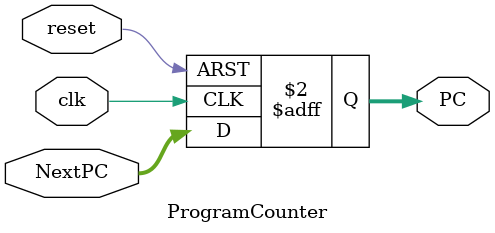
<source format=v>
`timescale 1ns / 1ps



module ProgramCounter (
    input clk,
    input reset,
    input [31:0] NextPC,
    output reg [31:0] PC
);

    always @(posedge clk or posedge reset) begin
        if (reset)
            PC <= 32'b0;
        else
            PC <= NextPC; //stores the next address of the instruction to be executed
    end
endmodule

</source>
